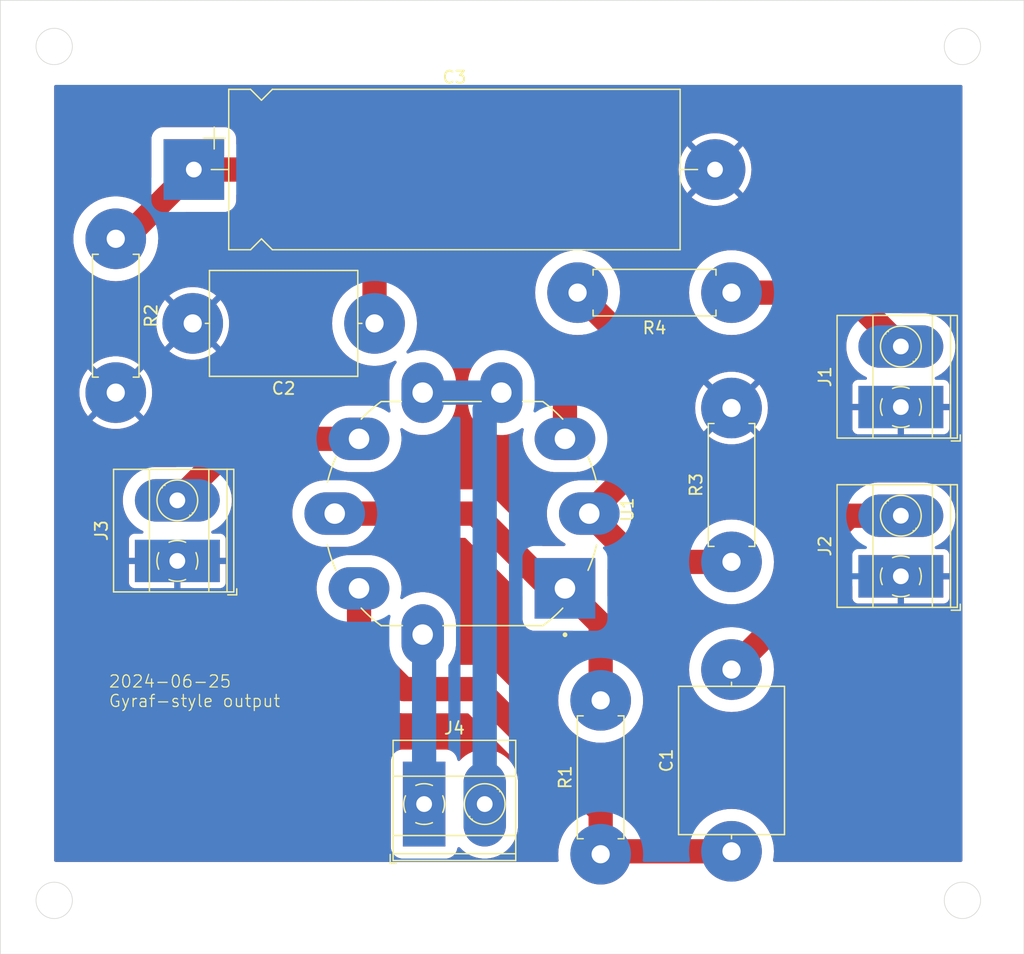
<source format=kicad_pcb>
(kicad_pcb (version 20240108) (generator "pcbnew") (generator_version "8.0")
  (layers (0 "F.Cu" signal) (31 "B.Cu" signal) (34 "B.Paste" user) (35 "F.Paste" user) (36 "B.SilkS" user "B.Silkscreen") (37 "F.SilkS" user "F.Silkscreen") (38 "B.Mask" user) (39 "F.Mask" user) (44 "Edge.Cuts" user))
  (net 0 "")
  (net 1 "Net-(U1A-K)")
  (net 2 "Net-(J2-Pin_2)")
  (net 3 "GND")
  (net 4 "Net-(U1B-K)")
  (net 5 "Net-(J1-Pin_2)")
  (net 6 "Net-(J3-Pin_2)")
  (net 7 "Net-(J4-Pin_1)")
  (net 8 "Net-(J4-Pin_2)")
  (net 9 "Net-(U1A-G)")
  (net 10 "Net-(U1B-G)")
  (footprint "OL Library:TerminalBlock_Phoenix_MKDS-1,5-2_1x02_P5.00mm_Horizontal Fat Pad" (layer "F.Cu") (at 154.94 102.79 90)
    (property "Reference" "J2" (at 2.5 -6.26 90) (layer "F.SilkS"))
    (property "Value" "Output")
    (fp_line (start 7.56 -5.261) (end 7.56 4.66) (stroke (width 0.12)) (layer "F.SilkS"))
    (fp_line (start -2.56 -5.261) (end 7.56 -5.261) (stroke (width 0.12)) (layer "F.SilkS"))
    (fp_line (start -2.56 -5.261) (end -2.56 4.66) (stroke (width 0.12)) (layer "F.SilkS"))
    (fp_line (start -2.56 -2.301) (end 7.56 -2.301) (stroke (width 0.12)) (layer "F.SilkS"))
    (fp_line (start 6.07 -1.275) (end 6.035 -1.239) (stroke (width 0.12)) (layer "F.SilkS"))
    (fp_line (start 6.275 -1.069) (end 6.228 -1.023) (stroke (width 0.12)) (layer "F.SilkS"))
    (fp_line (start 3.773 1.023) (end 3.726 1.069) (stroke (width 0.12)) (layer "F.SilkS"))
    (fp_line (start 3.966 1.239) (end 3.931 1.274) (stroke (width 0.12)) (layer "F.SilkS"))
    (fp_line (start -2.56 2.6) (end 7.56 2.6) (stroke (width 0.12)) (layer "F.SilkS"))
    (fp_line (start -2.56 4.1) (end 7.56 4.1) (stroke (width 0.12)) (layer "F.SilkS"))
    (fp_line (start -2.8 4.16) (end -2.8 4.9) (stroke (width 0.12)) (layer "F.SilkS"))
    (fp_line (start -2.56 4.66) (end 7.56 4.66) (stroke (width 0.12)) (layer "F.SilkS"))
    (fp_line (start -2.8 4.9) (end -2.3 4.9) (stroke (width 0.12)) (layer "F.SilkS"))
    (fp_arc (start -0.683042 -1.535427) (mid 0.000524 -1.680501) (end 0.684 -1.535) (stroke (width 0.12)) (layer "F.SilkS"))
    (fp_arc (start 1.535427 -0.683042) (mid 1.680501 0.000524) (end 1.535 0.684) (stroke (width 0.12)) (layer "F.SilkS"))
    (fp_arc (start -1.535427 0.683042) (mid -1.680501 -0.000524) (end -1.535 -0.684) (stroke (width 0.12)) (layer "F.SilkS"))
    (fp_arc (start 0.683318 1.534756) (mid 0.349292 1.643288) (end 0 1.68) (stroke (width 0.12)) (layer "F.SilkS"))
    (fp_arc (start 0.028805 1.680253) (mid -0.335551 1.646659) (end -0.684 1.535) (stroke (width 0.12)) (layer "F.SilkS"))
    (fp_circle (center 5 0) (end 6.68 0) (stroke (width 0.12)) (fill none) (layer "F.SilkS"))
    (pad "1" thru_hole rect (at 0 0 90) (size 3.5 7) (drill 1.3) (layers "*.Cu" "*.Mask") (net 3 "GND"))
    (pad "2" thru_hole oval (at 5 0 90) (size 3.5 7) (drill 1.3) (layers "*.Cu" "*.Mask") (net 2 "Net-(J2-Pin_2)"))
  )
  (footprint "OL Library:C_Axial_L12.0mm_D8.5mm_P15.00mm_Horizontal Fat Pad" (layer "F.Cu") (at 140.97 125.49 90)
    (property "Reference" "C1" (at 7.5 -5.37 90) (layer "F.SilkS"))
    (property "Value" "4.7uF")
    (fp_line (start 13.62 -4.37) (end 1.38 -4.37) (stroke (width 0.12)) (layer "F.SilkS"))
    (fp_line (start 1.38 -4.37) (end 1.38 4.37) (stroke (width 0.12)) (layer "F.SilkS"))
    (fp_line (start 13.96 0) (end 13.62 0) (stroke (width 0.12)) (layer "F.SilkS"))
    (fp_line (start 1.04 0) (end 1.38 0) (stroke (width 0.12)) (layer "F.SilkS"))
    (fp_line (start 13.62 4.37) (end 13.62 -4.37) (stroke (width 0.12)) (layer "F.SilkS"))
    (fp_line (start 1.38 4.37) (end 13.62 4.37) (stroke (width 0.12)) (layer "F.SilkS"))
    (pad "1" thru_hole circle (at 0 0 90) (size 5 5) (drill 1.5) (layers "*.Cu" "*.Mask") (net 1 "Net-(U1A-K)"))
    (pad "2" thru_hole circle (at 15 0 90) (size 5 5) (drill 1.5) (layers "*.Cu" "*.Mask") (net 2 "Net-(J2-Pin_2)"))
  )
  (footprint "OL Library:C_Axial_L12.0mm_D8.5mm_P15.00mm_Horizontal Fat Pad" (layer "F.Cu") (at 111.52 81.915 180)
    (property "Reference" "C2" (at 7.5 -5.37 0) (layer "F.SilkS"))
    (property "Value" "100nF")
    (fp_line (start 13.96 0) (end 13.62 0) (stroke (width 0.12)) (layer "F.SilkS"))
    (fp_line (start 13.62 4.37) (end 13.62 -4.37) (stroke (width 0.12)) (layer "F.SilkS"))
    (fp_line (start 13.62 -4.37) (end 1.38 -4.37) (stroke (width 0.12)) (layer "F.SilkS"))
    (fp_line (start 1.38 4.37) (end 13.62 4.37) (stroke (width 0.12)) (layer "F.SilkS"))
    (fp_line (start 1.38 -4.37) (end 1.38 4.37) (stroke (width 0.12)) (layer "F.SilkS"))
    (fp_line (start 1.04 0) (end 1.38 0) (stroke (width 0.12)) (layer "F.SilkS"))
    (pad "1" thru_hole circle (at 0 0 180) (size 5 5) (drill 1.5) (layers "*.Cu" "*.Mask") (net 4 "Net-(U1B-K)"))
    (pad "2" thru_hole circle (at 15 0 180) (size 5 5) (drill 1.5) (layers "*.Cu" "*.Mask") (net 3 "GND"))
  )
  (footprint "OL Library:R_Axial_DIN0411_L9.9mm_D3.6mm_P12.70mm_Horizontal Fat Pad" (layer "F.Cu") (at 90.17 74.93 -90)
    (property "Reference" "R2" (at 6.35 -2.92 90) (layer "F.SilkS"))
    (property "Value" "470R")
    (fp_line (start 1.28 1.92) (end 11.42 1.92) (stroke (width 0.12)) (layer "F.SilkS"))
    (fp_line (start 11.42 1.92) (end 11.42 1.44) (stroke (width 0.12)) (layer "F.SilkS"))
    (fp_line (start 1.28 1.44) (end 1.28 1.92) (stroke (width 0.12)) (layer "F.SilkS"))
    (fp_line (start 1.28 -1.44) (end 1.28 -1.92) (stroke (width 0.12)) (layer "F.SilkS"))
    (fp_line (start 1.28 -1.92) (end 11.42 -1.92) (stroke (width 0.12)) (layer "F.SilkS"))
    (fp_line (start 11.42 -1.92) (end 11.42 -1.44) (stroke (width 0.12)) (layer "F.SilkS"))
    (pad "1" thru_hole circle (at 0 0 270) (size 5 5) (drill 1.5) (layers "*.Cu" "*.Mask") (net 4 "Net-(U1B-K)"))
    (pad "2" thru_hole circle (at 12.7 0 270) (size 5 5) (drill 1.5) (layers "*.Cu" "*.Mask") (net 3 "GND"))
  )
  (footprint "OL Library:TerminalBlock_Phoenix_MKDS-1,5-2_1x02_P5.00mm_Horizontal Fat Pad" (layer "F.Cu") (at 154.94 88.82 90)
    (property "Reference" "J1" (at 2.5 -6.26 90) (layer "F.SilkS"))
    (property "Value" "Input")
    (fp_line (start 7.56 -5.261) (end 7.56 4.66) (stroke (width 0.12)) (layer "F.SilkS"))
    (fp_line (start -2.56 -5.261) (end 7.56 -5.261) (stroke (width 0.12)) (layer "F.SilkS"))
    (fp_line (start -2.56 -5.261) (end -2.56 4.66) (stroke (width 0.12)) (layer "F.SilkS"))
    (fp_line (start -2.56 -2.301) (end 7.56 -2.301) (stroke (width 0.12)) (layer "F.SilkS"))
    (fp_line (start 6.07 -1.275) (end 6.035 -1.239) (stroke (width 0.12)) (layer "F.SilkS"))
    (fp_line (start 6.275 -1.069) (end 6.228 -1.023) (stroke (width 0.12)) (layer "F.SilkS"))
    (fp_line (start 3.773 1.023) (end 3.726 1.069) (stroke (width 0.12)) (layer "F.SilkS"))
    (fp_line (start 3.966 1.239) (end 3.931 1.274) (stroke (width 0.12)) (layer "F.SilkS"))
    (fp_line (start -2.56 2.6) (end 7.56 2.6) (stroke (width 0.12)) (layer "F.SilkS"))
    (fp_line (start -2.56 4.1) (end 7.56 4.1) (stroke (width 0.12)) (layer "F.SilkS"))
    (fp_line (start -2.8 4.16) (end -2.8 4.9) (stroke (width 0.12)) (layer "F.SilkS"))
    (fp_line (start -2.56 4.66) (end 7.56 4.66) (stroke (width 0.12)) (layer "F.SilkS"))
    (fp_line (start -2.8 4.9) (end -2.3 4.9) (stroke (width 0.12)) (layer "F.SilkS"))
    (fp_arc (start -0.683042 -1.535427) (mid 0.000524 -1.680501) (end 0.684 -1.535) (stroke (width 0.12)) (layer "F.SilkS"))
    (fp_arc (start 1.535427 -0.683042) (mid 1.680501 0.000524) (end 1.535 0.684) (stroke (width 0.12)) (layer "F.SilkS"))
    (fp_arc (start -1.535427 0.683042) (mid -1.680501 -0.000524) (end -1.535 -0.684) (stroke (width 0.12)) (layer "F.SilkS"))
    (fp_arc (start 0.683318 1.534756) (mid 0.349292 1.643288) (end 0 1.68) (stroke (width 0.12)) (layer "F.SilkS"))
    (fp_arc (start 0.028805 1.680253) (mid -0.335551 1.646659) (end -0.684 1.535) (stroke (width 0.12)) (layer "F.SilkS"))
    (fp_circle (center 5 0) (end 6.68 0) (stroke (width 0.12)) (fill none) (layer "F.SilkS"))
    (pad "1" thru_hole rect (at 0 0 90) (size 3.5 7) (drill 1.3) (layers "*.Cu" "*.Mask") (net 3 "GND"))
    (pad "2" thru_hole oval (at 5 0 90) (size 3.5 7) (drill 1.3) (layers "*.Cu" "*.Mask") (net 5 "Net-(J1-Pin_2)"))
  )
  (footprint "OL Library:R_Axial_DIN0411_L9.9mm_D3.6mm_P12.70mm_Horizontal Fat Pad" (layer "F.Cu") (at 140.97 101.6 90)
    (property "Reference" "R3" (at 6.35 -2.92 90) (layer "F.SilkS"))
    (property "Value" "1M")
    (fp_line (start 11.42 -1.92) (end 11.42 -1.44) (stroke (width 0.12)) (layer "F.SilkS"))
    (fp_line (start 1.28 -1.92) (end 11.42 -1.92) (stroke (width 0.12)) (layer "F.SilkS"))
    (fp_line (start 1.28 -1.44) (end 1.28 -1.92) (stroke (width 0.12)) (layer "F.SilkS"))
    (fp_line (start 1.28 1.44) (end 1.28 1.92) (stroke (width 0.12)) (layer "F.SilkS"))
    (fp_line (start 11.42 1.92) (end 11.42 1.44) (stroke (width 0.12)) (layer "F.SilkS"))
    (fp_line (start 1.28 1.92) (end 11.42 1.92) (stroke (width 0.12)) (layer "F.SilkS"))
    (pad "1" thru_hole circle (at 0 0 90) (size 5 5) (drill 1.5) (layers "*.Cu" "*.Mask") (net 10 "Net-(U1B-G)"))
    (pad "2" thru_hole circle (at 12.7 0 90) (size 5 5) (drill 1.5) (layers "*.Cu" "*.Mask") (net 3 "GND"))
  )
  (footprint "OL Library:TerminalBlock_Phoenix_MKDS-1,5-2_1x02_P5.00mm_Horizontal Fat Pad" (layer "F.Cu") (at 95.25 101.52 90)
    (property "Reference" "J3" (at 2.5 -6.26 90) (layer "F.SilkS"))
    (property "Value" "B+")
    (fp_line (start 7.56 -5.261) (end 7.56 4.66) (stroke (width 0.12)) (layer "F.SilkS"))
    (fp_line (start -2.56 -5.261) (end 7.56 -5.261) (stroke (width 0.12)) (layer "F.SilkS"))
    (fp_line (start -2.56 -5.261) (end -2.56 4.66) (stroke (width 0.12)) (layer "F.SilkS"))
    (fp_line (start -2.56 -2.301) (end 7.56 -2.301) (stroke (width 0.12)) (layer "F.SilkS"))
    (fp_line (start 6.07 -1.275) (end 6.035 -1.239) (stroke (width 0.12)) (layer "F.SilkS"))
    (fp_line (start 6.275 -1.069) (end 6.228 -1.023) (stroke (width 0.12)) (layer "F.SilkS"))
    (fp_line (start 3.773 1.023) (end 3.726 1.069) (stroke (width 0.12)) (layer "F.SilkS"))
    (fp_line (start 3.966 1.239) (end 3.931 1.274) (stroke (width 0.12)) (layer "F.SilkS"))
    (fp_line (start -2.56 2.6) (end 7.56 2.6) (stroke (width 0.12)) (layer "F.SilkS"))
    (fp_line (start -2.56 4.1) (end 7.56 4.1) (stroke (width 0.12)) (layer "F.SilkS"))
    (fp_line (start -2.8 4.16) (end -2.8 4.9) (stroke (width 0.12)) (layer "F.SilkS"))
    (fp_line (start -2.56 4.66) (end 7.56 4.66) (stroke (width 0.12)) (layer "F.SilkS"))
    (fp_line (start -2.8 4.9) (end -2.3 4.9) (stroke (width 0.12)) (layer "F.SilkS"))
    (fp_arc (start -0.683042 -1.535427) (mid 0.000524 -1.680501) (end 0.684 -1.535) (stroke (width 0.12)) (layer "F.SilkS"))
    (fp_arc (start 1.535427 -0.683042) (mid 1.680501 0.000524) (end 1.535 0.684) (stroke (width 0.12)) (layer "F.SilkS"))
    (fp_arc (start -1.535427 0.683042) (mid -1.680501 -0.000524) (end -1.535 -0.684) (stroke (width 0.12)) (layer "F.SilkS"))
    (fp_arc (start 0.683318 1.534756) (mid 0.349292 1.643288) (end 0 1.68) (stroke (width 0.12)) (layer "F.SilkS"))
    (fp_arc (start 0.028805 1.680253) (mid -0.335551 1.646659) (end -0.684 1.535) (stroke (width 0.12)) (layer "F.SilkS"))
    (fp_circle (center 5 0) (end 6.68 0) (stroke (width 0.12)) (fill none) (layer "F.SilkS"))
    (pad "1" thru_hole rect (at 0 0 90) (size 3.5 7) (drill 1.3) (layers "*.Cu" "*.Mask") (net 3 "GND"))
    (pad "2" thru_hole oval (at 5 0 90) (size 3.5 7) (drill 1.3) (layers "*.Cu" "*.Mask") (net 6 "Net-(J3-Pin_2)"))
  )
  (footprint "OL Library:R_Axial_DIN0411_L9.9mm_D3.6mm_P12.70mm_Horizontal Fat Pad" (layer "F.Cu") (at 140.97 79.375 180)
    (property "Reference" "R4" (at 6.35 -2.92 0) (layer "F.SilkS"))
    (property "Value" "1K")
    (fp_line (start 11.42 1.92) (end 11.42 1.44) (stroke (width 0.12)) (layer "F.SilkS"))
    (fp_line (start 11.42 -1.92) (end 11.42 -1.44) (stroke (width 0.12)) (layer "F.SilkS"))
    (fp_line (start 1.28 1.92) (end 11.42 1.92) (stroke (width 0.12)) (layer "F.SilkS"))
    (fp_line (start 1.28 1.44) (end 1.28 1.92) (stroke (width 0.12)) (layer "F.SilkS"))
    (fp_line (start 1.28 -1.44) (end 1.28 -1.92) (stroke (width 0.12)) (layer "F.SilkS"))
    (fp_line (start 1.28 -1.92) (end 11.42 -1.92) (stroke (width 0.12)) (layer "F.SilkS"))
    (pad "1" thru_hole circle (at 0 0 180) (size 5 5) (drill 1.5) (layers "*.Cu" "*.Mask") (net 5 "Net-(J1-Pin_2)"))
    (pad "2" thru_hole circle (at 12.7 0 180) (size 5 5) (drill 1.5) (layers "*.Cu" "*.Mask") (net 10 "Net-(U1B-G)"))
  )
  (footprint "OL Library:CP_Axial_L37.0mm_D13.0mm_P43.00mm_Horizontal_Fat_Pad" (layer "F.Cu") (at 96.61 69.215)
    (property "Reference" "C3" (at 21.5 -7.62 0) (layer "F.SilkS"))
    (property "Value" "470uF 16V")
    (fp_line (start 0.78 -2.6) (end 2.58 -2.6) (stroke (width 0.12)) (layer "F.SilkS"))
    (fp_line (start 1.44 0) (end 2.88 0) (stroke (width 0.12)) (layer "F.SilkS"))
    (fp_line (start 1.68 -3.5) (end 1.68 -1.7) (stroke (width 0.12)) (layer "F.SilkS"))
    (fp_line (start 2.88 -6.62) (end 2.88 6.62) (stroke (width 0.12)) (layer "F.SilkS"))
    (fp_line (start 2.88 -6.62) (end 4.68 -6.62) (stroke (width 0.12)) (layer "F.SilkS"))
    (fp_line (start 2.88 6.62) (end 4.68 6.62) (stroke (width 0.12)) (layer "F.SilkS"))
    (fp_line (start 4.68 -6.62) (end 5.58 -5.72) (stroke (width 0.12)) (layer "F.SilkS"))
    (fp_line (start 4.68 6.62) (end 5.58 5.72) (stroke (width 0.12)) (layer "F.SilkS"))
    (fp_line (start 5.58 -5.72) (end 6.48 -6.62) (stroke (width 0.12)) (layer "F.SilkS"))
    (fp_line (start 5.58 5.72) (end 6.48 6.62) (stroke (width 0.12)) (layer "F.SilkS"))
    (fp_line (start 6.48 -6.62) (end 40.12 -6.62) (stroke (width 0.12)) (layer "F.SilkS"))
    (fp_line (start 6.48 6.62) (end 40.12 6.62) (stroke (width 0.12)) (layer "F.SilkS"))
    (fp_line (start 40.12 -6.62) (end 40.12 6.62) (stroke (width 0.12)) (layer "F.SilkS"))
    (fp_line (start 41.56 0) (end 40.12 0) (stroke (width 0.12)) (layer "F.SilkS"))
    (pad "1" thru_hole rect (at 0 0) (size 5 5) (drill 1.3) (layers "*.Cu" "*.Mask") (net 4 "Net-(U1B-K)"))
    (pad "2" thru_hole circle (at 43 0) (size 5 5) (drill 1.3) (layers "*.Cu" "*.Mask") (net 3 "GND"))
  )
  (footprint "OL Library:TerminalBlock_Phoenix_MKDS-1,5-2_1x02_P5.00mm_Horizontal Fat Pad" (layer "F.Cu") (at 115.61 121.59)
    (property "Reference" "J4" (at 2.5 -6.26 0) (layer "F.SilkS"))
    (property "Value" "Heater")
    (fp_line (start -2.8 4.16) (end -2.8 4.9) (stroke (width 0.12)) (layer "F.SilkS"))
    (fp_line (start -2.8 4.9) (end -2.3 4.9) (stroke (width 0.12)) (layer "F.SilkS"))
    (fp_line (start -2.56 -5.261) (end -2.56 4.66) (stroke (width 0.12)) (layer "F.SilkS"))
    (fp_line (start -2.56 -5.261) (end 7.56 -5.261) (stroke (width 0.12)) (layer "F.SilkS"))
    (fp_line (start -2.56 -2.301) (end 7.56 -2.301) (stroke (width 0.12)) (layer "F.SilkS"))
    (fp_line (start -2.56 2.6) (end 7.56 2.6) (stroke (width 0.12)) (layer "F.SilkS"))
    (fp_line (start -2.56 4.1) (end 7.56 4.1) (stroke (width 0.12)) (layer "F.SilkS"))
    (fp_line (start -2.56 4.66) (end 7.56 4.66) (stroke (width 0.12)) (layer "F.SilkS"))
    (fp_line (start 3.773 1.023) (end 3.726 1.069) (stroke (width 0.12)) (layer "F.SilkS"))
    (fp_line (start 3.966 1.239) (end 3.931 1.274) (stroke (width 0.12)) (layer "F.SilkS"))
    (fp_line (start 6.07 -1.275) (end 6.035 -1.239) (stroke (width 0.12)) (layer "F.SilkS"))
    (fp_line (start 6.275 -1.069) (end 6.228 -1.023) (stroke (width 0.12)) (layer "F.SilkS"))
    (fp_line (start 7.56 -5.261) (end 7.56 4.66) (stroke (width 0.12)) (layer "F.SilkS"))
    (fp_arc (start -1.535427 0.683042) (mid -1.680501 -0.000524) (end -1.535 -0.684) (stroke (width 0.12)) (layer "F.SilkS"))
    (fp_arc (start -0.683042 -1.535427) (mid 0.000524 -1.680501) (end 0.684 -1.535) (stroke (width 0.12)) (layer "F.SilkS"))
    (fp_arc (start 0.028805 1.680253) (mid -0.335551 1.646659) (end -0.684 1.535) (stroke (width 0.12)) (layer "F.SilkS"))
    (fp_arc (start 0.683318 1.534756) (mid 0.349292 1.643288) (end 0 1.68) (stroke (width 0.12)) (layer "F.SilkS"))
    (fp_arc (start 1.535427 -0.683042) (mid 1.680501 0.000524) (end 1.535 0.684) (stroke (width 0.12)) (layer "F.SilkS"))
    (fp_circle (center 5 0) (end 6.68 0) (stroke (width 0.12)) (fill none) (layer "F.SilkS"))
    (pad "1" thru_hole rect (at 0 0) (size 3.5 7) (drill 1.3) (layers "*.Cu" "*.Mask") (net 7 "Net-(J4-Pin_1)"))
    (pad "2" thru_hole oval (at 5 0) (size 3.5 7) (drill 1.3) (layers "*.Cu" "*.Mask") (net 8 "Net-(J4-Pin_2)"))
  )
  (footprint "OL Library:BELTON_VT9-PT Fat Pad" (layer "F.Cu") (at 118.735 97.615 -90)
    (property "Reference" "U1" (at -0.325 -13.635 90) (layer "F.SilkS"))
    (property "Value" "ECC81")
    (fp_line (start -9.25 6.665) (end -9.25 5) (stroke (width 0.127)) (layer "F.SilkS"))
    (fp_line (start 9.25 6.665) (end 9.25 4.9146) (stroke (width 0.127)) (layer "F.SilkS"))
    (fp_line (start 9.25 1.5746) (end 9.25 -6.665) (stroke (width 0.127)) (layer "F.SilkS"))
    (fp_line (start -9.25 -1.58) (end -9.25 1.58) (stroke (width 0.127)) (layer "F.SilkS"))
    (fp_line (start -9.25 -6.665) (end -9.25 -5) (stroke (width 0.127)) (layer "F.SilkS"))
    (fp_arc (start -2.6 11.0967) (mid -3.655917 10.796812) (end -4.67823 10.3971) (stroke (width 0.127)) (layer "F.SilkS"))
    (fp_arc (start 4.67823 10.3971) (mid 3.655916 10.79681) (end 2.6 11.0967) (stroke (width 0.127)) (layer "F.SilkS"))
    (fp_arc (start -7.8 8.31) (mid -8.564507 7.522324) (end -9.25 6.665) (stroke (width 0.127)) (layer "F.SilkS"))
    (fp_arc (start 9.25 6.665) (mid 8.564507 7.522324) (end 7.8 8.31) (stroke (width 0.127)) (layer "F.SilkS"))
    (fp_arc (start -9.25 -6.665) (mid -8.564509 -7.522325) (end -7.8 -8.31) (stroke (width 0.127)) (layer "F.SilkS"))
    (fp_arc (start 7.8 -8.31) (mid 8.564508 -7.522324) (end 9.25 -6.665) (stroke (width 0.127)) (layer "F.SilkS"))
    (fp_arc (start -4.67823 -10.3971) (mid -3.655917 -10.796812) (end -2.6 -11.0967) (stroke (width 0.127)) (layer "F.SilkS"))
    (fp_arc (start 2.6 -11.0967) (mid 3.655918 -10.796815) (end 4.67823 -10.3971) (stroke (width 0.127)) (layer "F.SilkS"))
    (fp_circle (center 10 -8.5) (end 10.1 -8.5) (stroke (width 0.2)) (fill none) (layer "F.SilkS"))
    (pad "1" thru_hole rect (at 6.1717 -8.4946 270) (size 5 5) (drill 1.69) (layers "*.Cu" "*.Mask") (net 9 "Net-(U1A-G)"))
    (pad "2" thru_hole oval (at 0 -10.5 270) (size 3.5 5) (drill 1.69) (layers "*.Cu" "*.Mask") (net 10 "Net-(U1B-G)"))
    (pad "3" thru_hole oval (at -6.1717 -8.4946 270) (size 3.5 5) (drill 1.69) (layers "*.Cu" "*.Mask") (net 4 "Net-(U1B-K)"))
    (pad "4" thru_hole oval (at -9.986 -3.2446 270) (size 5 3.5) (drill 1.69) (layers "*.Cu" "*.Mask") (net 8 "Net-(J4-Pin_2)"))
    (pad "5" thru_hole oval (at -9.986 3.2446 270) (size 5 3.5) (drill 1.69) (layers "*.Cu" "*.Mask") (net 8 "Net-(J4-Pin_2)"))
    (pad "6" thru_hole oval (at -6.1717 8.4946 270) (size 3.5 5) (drill 1.69) (layers "*.Cu" "*.Mask") (net 6 "Net-(J3-Pin_2)"))
    (pad "7" thru_hole oval (at 0 10.5 270) (size 3.5 5) (drill 1.69) (layers "*.Cu" "*.Mask") (net 9 "Net-(U1A-G)"))
    (pad "8" thru_hole oval (at 6.1717 8.4946 270) (size 3.5 5) (drill 1.69) (layers "*.Cu" "*.Mask") (net 1 "Net-(U1A-K)"))
    (pad "9" thru_hole oval (at 9.986 3.2446 270) (size 5 3.5) (drill 1.69) (layers "*.Cu" "*.Mask") (net 7 "Net-(J4-Pin_1)"))
  )
  (footprint "OL Library:R_Axial_DIN0411_L9.9mm_D3.6mm_P12.70mm_Horizontal Fat Pad" (layer "F.Cu") (at 130.175 125.73 90)
    (property "Reference" "R1" (at 6.35 -2.92 90) (layer "F.SilkS"))
    (property "Value" "1K5")
    (fp_line (start 11.42 -1.92) (end 11.42 -1.44) (stroke (width 0.12)) (layer "F.SilkS"))
    (fp_line (start 1.28 -1.92) (end 11.42 -1.92) (stroke (width 0.12)) (layer "F.SilkS"))
    (fp_line (start 1.28 -1.44) (end 1.28 -1.92) (stroke (width 0.12)) (layer "F.SilkS"))
    (fp_line (start 1.28 1.44) (end 1.28 1.92) (stroke (width 0.12)) (layer "F.SilkS"))
    (fp_line (start 11.42 1.92) (end 11.42 1.44) (stroke (width 0.12)) (layer "F.SilkS"))
    (fp_line (start 1.28 1.92) (end 11.42 1.92) (stroke (width 0.12)) (layer "F.SilkS"))
    (pad "1" thru_hole circle (at 0 0 90) (size 5 5) (drill 1.5) (layers "*.Cu" "*.Mask") (net 1 "Net-(U1A-K)"))
    (pad "2" thru_hole circle (at 12.7 0 90) (size 5 5) (drill 1.5) (layers "*.Cu" "*.Mask") (net 9 "Net-(U1A-G)"))
  )
  (gr_line (start 80.645 55.245) (end 80.645 133.985) (stroke (width 0.05)) (layer "Edge.Cuts"))
  (gr_circle (center 85.09 129.54) (end 86.59 129.54) (stroke (width 0.05)) (fill none) (layer "Edge.Cuts"))
  (gr_circle (center 85.09 59.055) (end 86.59 59.055) (stroke (width 0.05)) (fill none) (layer "Edge.Cuts"))
  (gr_line (start 165.1 55.245) (end 165.1 133.985) (stroke (width 0.05)) (layer "Edge.Cuts"))
  (gr_circle (center 160.02 129.54) (end 161.52 129.54) (stroke (width 0.05)) (fill none) (layer "Edge.Cuts"))
  (gr_line (start 80.645 55.245) (end 165.1 55.245) (stroke (width 0.05)) (layer "Edge.Cuts"))
  (gr_line (start 165.1 133.985) (end 80.645 133.985) (stroke (width 0.05)) (layer "Edge.Cuts"))
  (gr_circle (center 160.02 59.055) (end 161.52 59.055) (stroke (width 0.05)) (fill none) (layer "Edge.Cuts"))
  (gr_text "2024-06-25\nGyraf-style output" (at 89.535 113.665 0) (layer "F.SilkS") (effects (font (size 1 1) (thickness 0.1)) (justify left bottom)))
  (segment (start 120.081533 112.101) (end 113.937099 112.101) (width 2) (layer "F.Cu") (net 1))
  (segment (start 130.415 125.49) (end 130.175 125.73) (width 2) (layer "F.Cu") (net 1))
  (segment (start 140.97 125.49) (end 130.415 125.49) (width 2) (layer "F.Cu") (net 1))
  (segment (start 130.175 122.194467) (end 120.081533 112.101) (width 2) (layer "F.Cu") (net 1))
  (segment (start 113.937099 112.101) (end 110.2404 108.404301) (width 2) (layer "F.Cu") (net 1))
  (segment (start 130.175 125.73) (end 130.175 122.194467) (width 2) (layer "F.Cu") (net 1))
  (segment (start 110.2404 108.404301) (end 110.2404 103.7867) (width 2) (layer "F.Cu") (net 1))
  (segment (start 150.69 97.79) (end 154.94 97.79) (width 2) (layer "F.Cu") (net 2))
  (segment (start 149.44 99.04) (end 150.69 97.79) (width 2) (layer "F.Cu") (net 2))
  (segment (start 149.44 102.02) (end 149.44 99.04) (width 2) (layer "F.Cu") (net 2))
  (segment (start 140.97 110.49) (end 149.44 102.02) (width 2) (layer "F.Cu") (net 2))
  (segment (start 111.52 81.915) (end 111.52 71.116099) (width 2) (layer "F.Cu") (net 4))
  (segment (start 96.61 69.215) (end 109.618901 69.215) (width 2) (layer "F.Cu") (net 4))
  (segment (start 90.895 74.93) (end 96.61 69.215) (width 2) (layer "F.Cu") (net 4))
  (segment (start 111.52 71.116099) (end 109.618901 69.215) (width 2) (layer "F.Cu") (net 4))
  (segment (start 127.2296 86.825699) (end 127.2296 91.4433) (width 2) (layer "F.Cu") (net 4))
  (segment (start 109.618901 69.215) (end 127.2296 86.825699) (width 2) (layer "F.Cu") (net 4))
  (segment (start 90.17 74.93) (end 90.895 74.93) (width 2) (layer "F.Cu") (net 4))
  (segment (start 140.97 79.375) (end 150.495 79.375) (width 2) (layer "F.Cu") (net 5))
  (segment (start 150.495 79.375) (end 154.94 83.82) (width 2) (layer "F.Cu") (net 5))
  (segment (start 100.3267 91.4433) (end 110.2404 91.4433) (width 2) (layer "F.Cu") (net 6))
  (segment (start 95.25 96.52) (end 100.3267 91.4433) (width 2) (layer "F.Cu") (net 6))
  (segment (start 115.61 121.59) (end 115.61 107.7206) (width 2) (layer "B.Cu") (net 7))
  (segment (start 115.61 107.7206) (end 115.4904 107.601) (width 2) (layer "B.Cu") (net 7))
  (segment (start 120.61 88.9986) (end 121.9796 87.629) (width 2) (layer "B.Cu") (net 8))
  (segment (start 120.61 121.59) (end 120.61 88.9986) (width 2) (layer "B.Cu") (net 8))
  (segment (start 121.9796 87.629) (end 115.4904 87.629) (width 2) (layer "B.Cu") (net 8))
  (segment (start 127.2296 103.7867) (end 126.0117 103.7867) (width 2) (layer "F.Cu") (net 9))
  (segment (start 130.175 106.7321) (end 127.2296 103.7867) (width 2) (layer "F.Cu") (net 9))
  (segment (start 130.175 113.03) (end 130.175 106.7321) (width 2) (layer "F.Cu") (net 9))
  (segment (start 126.0117 103.7867) (end 119.84 97.615) (width 2) (layer "F.Cu") (net 9))
  (segment (start 119.84 97.615) (end 108.235 97.615) (width 2) (layer "F.Cu") (net 9))
  (segment (start 140.97 101.6) (end 133.22 101.6) (width 2) (layer "F.Cu") (net 10))
  (segment (start 128.27 79.375) (end 131.7296 82.8346) (width 2) (layer "F.Cu") (net 10))
  (segment (start 131.7296 82.8346) (end 131.7296 95.1204) (width 2) (layer "F.Cu") (net 10))
  (segment (start 133.22 101.6) (end 129.235 97.615) (width 2) (layer "F.Cu") (net 10))
  (segment (start 131.7296 95.1204) (end 129.235 97.615) (width 2) (layer "F.Cu") (net 10))
  (zone (net 3) (net_name "GND") (layers "F&B.Cu") (connect_pads (clearance 0.5)) (min_thickness 0.25) (fill yes (thermal_gap 0.5) (thermal_bridge_width 0.5))
    (polygon (pts (xy 85.09 126.365) (xy 85.09 62.23) (xy 160.02 62.23) (xy 160.02 126.365)))
  )
)
</source>
